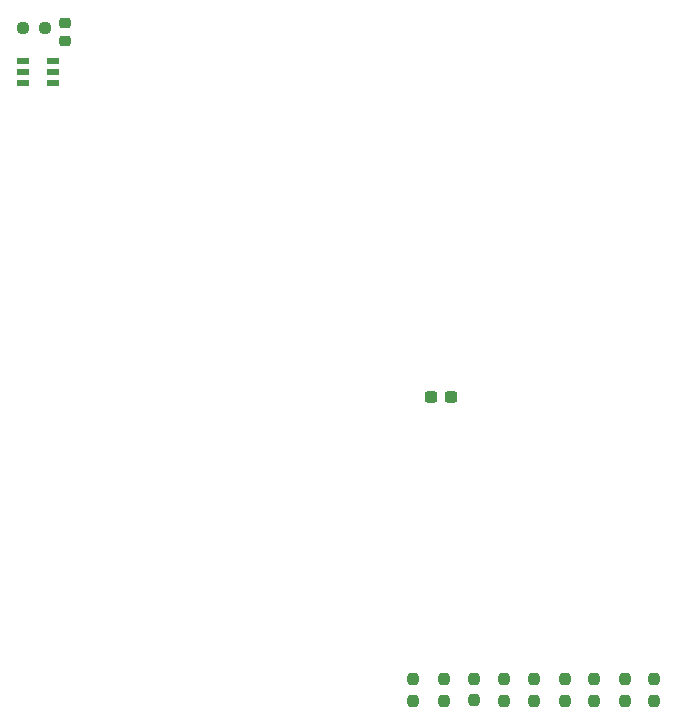
<source format=gbp>
%TF.GenerationSoftware,KiCad,Pcbnew,9.0.0*%
%TF.CreationDate,2025-03-31T15:24:45+09:00*%
%TF.ProjectId,ymz771,796d7a37-3731-42e6-9b69-6361645f7063,rev?*%
%TF.SameCoordinates,Original*%
%TF.FileFunction,Paste,Bot*%
%TF.FilePolarity,Positive*%
%FSLAX46Y46*%
G04 Gerber Fmt 4.6, Leading zero omitted, Abs format (unit mm)*
G04 Created by KiCad (PCBNEW 9.0.0) date 2025-03-31 15:24:45*
%MOMM*%
%LPD*%
G01*
G04 APERTURE LIST*
G04 Aperture macros list*
%AMRoundRect*
0 Rectangle with rounded corners*
0 $1 Rounding radius*
0 $2 $3 $4 $5 $6 $7 $8 $9 X,Y pos of 4 corners*
0 Add a 4 corners polygon primitive as box body*
4,1,4,$2,$3,$4,$5,$6,$7,$8,$9,$2,$3,0*
0 Add four circle primitives for the rounded corners*
1,1,$1+$1,$2,$3*
1,1,$1+$1,$4,$5*
1,1,$1+$1,$6,$7*
1,1,$1+$1,$8,$9*
0 Add four rect primitives between the rounded corners*
20,1,$1+$1,$2,$3,$4,$5,0*
20,1,$1+$1,$4,$5,$6,$7,0*
20,1,$1+$1,$6,$7,$8,$9,0*
20,1,$1+$1,$8,$9,$2,$3,0*%
G04 Aperture macros list end*
%ADD10RoundRect,0.237500X0.237500X-0.250000X0.237500X0.250000X-0.237500X0.250000X-0.237500X-0.250000X0*%
%ADD11RoundRect,0.237500X0.300000X0.237500X-0.300000X0.237500X-0.300000X-0.237500X0.300000X-0.237500X0*%
%ADD12R,1.100000X0.600000*%
%ADD13RoundRect,0.237500X-0.250000X-0.237500X0.250000X-0.237500X0.250000X0.237500X-0.250000X0.237500X0*%
%ADD14RoundRect,0.225000X0.250000X-0.225000X0.250000X0.225000X-0.250000X0.225000X-0.250000X-0.225000X0*%
G04 APERTURE END LIST*
D10*
%TO.C,R51*%
X149940000Y-141152500D03*
X149940000Y-139327500D03*
%TD*%
%TO.C,R50*%
X147350000Y-141132500D03*
X147350000Y-139307500D03*
%TD*%
%TO.C,R49*%
X144850000Y-141145000D03*
X144850000Y-139320000D03*
%TD*%
%TO.C,R48*%
X142180000Y-141150000D03*
X142180000Y-139325000D03*
%TD*%
%TO.C,R47*%
X160180000Y-141175000D03*
X160180000Y-139350000D03*
%TD*%
%TO.C,R46*%
X157580000Y-141175000D03*
X157580000Y-139350000D03*
%TD*%
%TO.C,R45*%
X155110000Y-141172500D03*
X155110000Y-139347500D03*
%TD*%
%TO.C,R44*%
X152490000Y-141152500D03*
X152490000Y-139327500D03*
%TD*%
%TO.C,R43*%
X162610000Y-141152500D03*
X162610000Y-139327500D03*
%TD*%
D11*
%TO.C,C14*%
X145465000Y-115420000D03*
X143740000Y-115420000D03*
%TD*%
D12*
%TO.C,IC1*%
X111760000Y-86970000D03*
X111760000Y-87920000D03*
X111760000Y-88870000D03*
X109160000Y-88870000D03*
X109160000Y-87920000D03*
X109160000Y-86970000D03*
%TD*%
D13*
%TO.C,R37*%
X111022500Y-84230000D03*
X109197500Y-84230000D03*
%TD*%
D14*
%TO.C,C13*%
X112740000Y-83750000D03*
X112740000Y-85300000D03*
%TD*%
M02*

</source>
